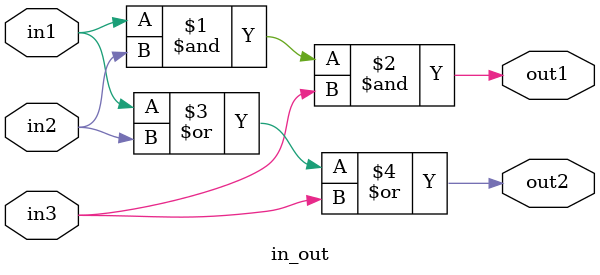
<source format=v>
module in_out(
    //inputs
    in1, in2, in3,
    //outputs
    out1, out2
);

//inputs and outputs
input in1, in2, in3;
output out1, out2;

//assign inputs to out
assign out1 = in1 & in2 & in3;
assign out2 = in1 | in2 | in3;  

endmodule

</source>
